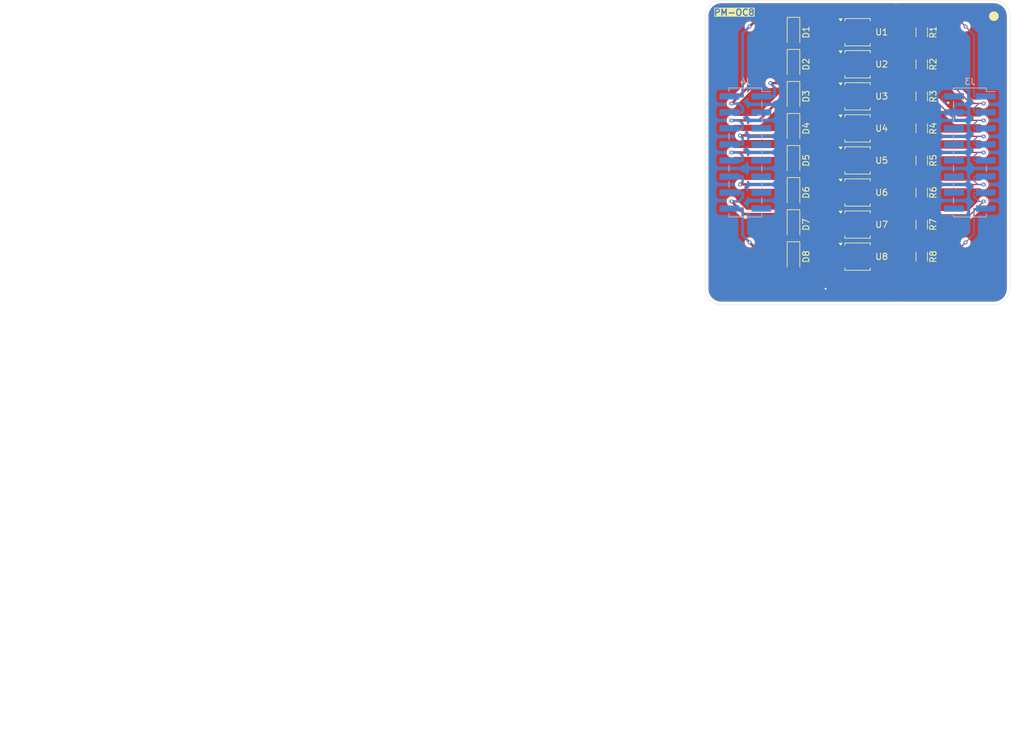
<source format=kicad_pcb>
(kicad_pcb (version 20240108) (generator "pcbnew") (generator_version "8.0")
  (layers (0 "F.Cu" signal) (31 "B.Cu" signal) (34 "B.Paste" user) (35 "F.Paste" user) (36 "B.SilkS" user "B.Silkscreen") (37 "F.SilkS" user "F.Silkscreen") (38 "B.Mask" user) (39 "F.Mask" user) (44 "Edge.Cuts" user))
  (net 0 "")
  (net 1 "Net-(D1-K)")
  (net 2 "Net-(D1-A)")
  (net 3 "Net-(J3-Pin_5)")
  (net 4 "+5V")
  (net 5 "Net-(J3-Pin_9)")
  (net 6 "GND")
  (net 7 "Net-(D2-K)")
  (net 8 "Net-(J3-Pin_15)")
  (net 9 "Net-(D3-K)")
  (net 11 "Net-(D4-K)")
  (net 13 "Net-(D5-K)")
  (net 14 "Net-(J3-Pin_7)")
  (net 15 "Net-(D6-K)")
  (net 17 "Net-(D7-K)")
  (net 18 "Net-(J3-Pin_11)")
  (net 19 "Net-(D8-K)")
  (net 20 "Net-(J3-Pin_13)")
  (net 24 "Net-(J3-Pin_3)")
  (net 25 "Net-(J3-Pin_1)")
  (footprint "Diode_SMD:D_SOD-123" (layer "F.Cu") (at 140.97 96.52 -90)
    (property "Reference" "D4" (at 0 -2 90) (layer "F.SilkS"))
    (property "Value" "1N4148W")
    (fp_line (start -2.36 1) (end 1.65 1) (stroke (width 0.12)) (layer "F.SilkS"))
    (fp_line (start -2.36 -1) (end -2.36 1) (stroke (width 0.12)) (layer "F.SilkS"))
    (fp_line (start -2.36 -1) (end 1.65 -1) (stroke (width 0.12)) (layer "F.SilkS"))
    (pad "1" smd roundrect (at -1.65 0 270) (size 0.9 1.2) (layers "F.Cu" "F.Paste" "F.Mask") (net 11 "Net-(D4-K)"))
    (pad "2" smd roundrect (at 1.65 0 270) (size 0.9 1.2) (layers "F.Cu" "F.Paste" "F.Mask") (net 2 "Net-(D1-A)"))
  )
  (footprint "Package_SO:SOP-4_3.8x4.1mm_P2.54mm" (layer "F.Cu") (at 151.13 101.6)
    (property "Reference" "U5" (at 3.81 0 0) (layer "F.SilkS"))
    (property "Value" "PC817")
    (fp_line (start -2.01 -2.16) (end -2.01 -1.805) (stroke (width 0.12)) (layer "F.SilkS"))
    (fp_line (start -2.01 2.16) (end -2.01 1.805) (stroke (width 0.12)) (layer "F.SilkS"))
    (fp_line (start 0 -2.16) (end -2.01 -2.16) (stroke (width 0.12)) (layer "F.SilkS"))
    (fp_line (start 0 -2.16) (end 2.01 -2.16) (stroke (width 0.12)) (layer "F.SilkS"))
    (fp_line (start 0 2.16) (end -2.01 2.16) (stroke (width 0.12)) (layer "F.SilkS"))
    (fp_line (start 0 2.16) (end 2.01 2.16) (stroke (width 0.12)) (layer "F.SilkS"))
    (fp_line (start 2.01 -2.16) (end 2.01 -1.805) (stroke (width 0.12)) (layer "F.SilkS"))
    (fp_line (start 2.01 2.16) (end 2.01 1.805) (stroke (width 0.12)) (layer "F.SilkS"))
    (fp_poly (pts (xy -2.6875 -1.805) (xy -2.9275 -2.135) (xy -2.4475 -2.135) (xy -2.6875 -1.805)) (stroke (width 0.12)) (fill solid) (layer "F.SilkS"))
    (pad "1" smd roundrect (at -2.75 -1.27) (size 1.45 0.55) (layers "F.Cu" "F.Paste" "F.Mask") (net 13 "Net-(D5-K)"))
    (pad "2" smd roundrect (at -2.75 1.27) (size 1.45 0.55) (layers "F.Cu" "F.Paste" "F.Mask") (net 2 "Net-(D1-A)"))
    (pad "3" smd roundrect (at 2.75 1.27) (size 1.45 0.55) (layers "F.Cu" "F.Paste" "F.Mask") (net 6 "GND"))
    (pad "4" smd roundrect (at 2.75 -1.27) (size 1.45 0.55) (layers "F.Cu" "F.Paste" "F.Mask") (net 5 "Net-(J3-Pin_9)"))
  )
  (footprint "Diode_SMD:D_SOD-123" (layer "F.Cu") (at 140.97 86.36 -90)
    (property "Reference" "D2" (at 0 -2 90) (layer "F.SilkS"))
    (property "Value" "1N4148W")
    (fp_line (start -2.36 1) (end 1.65 1) (stroke (width 0.12)) (layer "F.SilkS"))
    (fp_line (start -2.36 -1) (end -2.36 1) (stroke (width 0.12)) (layer "F.SilkS"))
    (fp_line (start -2.36 -1) (end 1.65 -1) (stroke (width 0.12)) (layer "F.SilkS"))
    (pad "1" smd roundrect (at -1.65 0 270) (size 0.9 1.2) (layers "F.Cu" "F.Paste" "F.Mask") (net 7 "Net-(D2-K)"))
    (pad "2" smd roundrect (at 1.65 0 270) (size 0.9 1.2) (layers "F.Cu" "F.Paste" "F.Mask") (net 2 "Net-(D1-A)"))
  )
  (footprint "Diode_SMD:D_SOD-123" (layer "F.Cu") (at 140.97 81.28 -90)
    (property "Reference" "D1" (at 0 -2 90) (layer "F.SilkS"))
    (property "Value" "1N4148W")
    (fp_line (start -2.36 1) (end 1.65 1) (stroke (width 0.12)) (layer "F.SilkS"))
    (fp_line (start -2.36 -1) (end -2.36 1) (stroke (width 0.12)) (layer "F.SilkS"))
    (fp_line (start -2.36 -1) (end 1.65 -1) (stroke (width 0.12)) (layer "F.SilkS"))
    (pad "1" smd roundrect (at -1.65 0 270) (size 0.9 1.2) (layers "F.Cu" "F.Paste" "F.Mask") (net 1 "Net-(D1-K)"))
    (pad "2" smd roundrect (at 1.65 0 270) (size 0.9 1.2) (layers "F.Cu" "F.Paste" "F.Mask") (net 2 "Net-(D1-A)"))
  )
  (footprint "Package_SO:SOP-4_3.8x4.1mm_P2.54mm" (layer "F.Cu") (at 151.13 111.76)
    (property "Reference" "U7" (at 3.81 0 0) (layer "F.SilkS"))
    (property "Value" "PC817")
    (fp_line (start -2.01 -2.16) (end -2.01 -1.805) (stroke (width 0.12)) (layer "F.SilkS"))
    (fp_line (start -2.01 2.16) (end -2.01 1.805) (stroke (width 0.12)) (layer "F.SilkS"))
    (fp_line (start 0 -2.16) (end -2.01 -2.16) (stroke (width 0.12)) (layer "F.SilkS"))
    (fp_line (start 0 -2.16) (end 2.01 -2.16) (stroke (width 0.12)) (layer "F.SilkS"))
    (fp_line (start 0 2.16) (end -2.01 2.16) (stroke (width 0.12)) (layer "F.SilkS"))
    (fp_line (start 0 2.16) (end 2.01 2.16) (stroke (width 0.12)) (layer "F.SilkS"))
    (fp_line (start 2.01 -2.16) (end 2.01 -1.805) (stroke (width 0.12)) (layer "F.SilkS"))
    (fp_line (start 2.01 2.16) (end 2.01 1.805) (stroke (width 0.12)) (layer "F.SilkS"))
    (fp_poly (pts (xy -2.6875 -1.805) (xy -2.9275 -2.135) (xy -2.4475 -2.135) (xy -2.6875 -1.805)) (stroke (width 0.12)) (fill solid) (layer "F.SilkS"))
    (pad "1" smd roundrect (at -2.75 -1.27) (size 1.45 0.55) (layers "F.Cu" "F.Paste" "F.Mask") (net 17 "Net-(D7-K)"))
    (pad "2" smd roundrect (at -2.75 1.27) (size 1.45 0.55) (layers "F.Cu" "F.Paste" "F.Mask") (net 2 "Net-(D1-A)"))
    (pad "3" smd roundrect (at 2.75 1.27) (size 1.45 0.55) (layers "F.Cu" "F.Paste" "F.Mask") (net 6 "GND"))
    (pad "4" smd roundrect (at 2.75 -1.27) (size 1.45 0.55) (layers "F.Cu" "F.Paste" "F.Mask") (net 20 "Net-(J3-Pin_13)"))
  )
  (footprint "Package_SO:SOP-4_3.8x4.1mm_P2.54mm" (layer "F.Cu") (at 151.13 116.84)
    (property "Reference" "U8" (at 3.81 0 0) (layer "F.SilkS"))
    (property "Value" "PC817")
    (fp_line (start -2.01 -2.16) (end -2.01 -1.805) (stroke (width 0.12)) (layer "F.SilkS"))
    (fp_line (start -2.01 2.16) (end -2.01 1.805) (stroke (width 0.12)) (layer "F.SilkS"))
    (fp_line (start 0 -2.16) (end -2.01 -2.16) (stroke (width 0.12)) (layer "F.SilkS"))
    (fp_line (start 0 -2.16) (end 2.01 -2.16) (stroke (width 0.12)) (layer "F.SilkS"))
    (fp_line (start 0 2.16) (end -2.01 2.16) (stroke (width 0.12)) (layer "F.SilkS"))
    (fp_line (start 0 2.16) (end 2.01 2.16) (stroke (width 0.12)) (layer "F.SilkS"))
    (fp_line (start 2.01 -2.16) (end 2.01 -1.805) (stroke (width 0.12)) (layer "F.SilkS"))
    (fp_line (start 2.01 2.16) (end 2.01 1.805) (stroke (width 0.12)) (layer "F.SilkS"))
    (fp_poly (pts (xy -2.6875 -1.805) (xy -2.9275 -2.135) (xy -2.4475 -2.135) (xy -2.6875 -1.805)) (stroke (width 0.12)) (fill solid) (layer "F.SilkS"))
    (pad "1" smd roundrect (at -2.75 -1.27) (size 1.45 0.55) (layers "F.Cu" "F.Paste" "F.Mask") (net 19 "Net-(D8-K)"))
    (pad "2" smd roundrect (at -2.75 1.27) (size 1.45 0.55) (layers "F.Cu" "F.Paste" "F.Mask") (net 2 "Net-(D1-A)"))
    (pad "3" smd roundrect (at 2.75 1.27) (size 1.45 0.55) (layers "F.Cu" "F.Paste" "F.Mask") (net 6 "GND"))
    (pad "4" smd roundrect (at 2.75 -1.27) (size 1.45 0.55) (layers "F.Cu" "F.Paste" "F.Mask") (net 8 "Net-(J3-Pin_15)"))
  )
  (footprint "Resistor_SMD:R_1206_3216Metric_Pad1.30x1.75mm_HandSolder" (layer "F.Cu") (at 161.29 106.68 -90)
    (property "Reference" "R6" (at 0 -1.82 90) (layer "F.SilkS"))
    (property "Value" "10k")
    (fp_line (start -0.727064 0.91) (end 0.727064 0.91) (stroke (width 0.12)) (layer "F.SilkS"))
    (fp_line (start -0.727064 -0.91) (end 0.727064 -0.91) (stroke (width 0.12)) (layer "F.SilkS"))
    (pad "1" smd roundrect (at -1.55 0 270) (size 1.3 1.75) (layers "F.Cu" "F.Paste" "F.Mask") (roundrect_rratio 0.192308) (net 18 "Net-(J3-Pin_11)"))
    (pad "2" smd roundrect (at 1.55 0 270) (size 1.3 1.75) (layers "F.Cu" "F.Paste" "F.Mask") (roundrect_rratio 0.192308) (net 4 "+5V"))
  )
  (footprint "Package_SO:SOP-4_3.8x4.1mm_P2.54mm" (layer "F.Cu") (at 151.13 106.68)
    (property "Reference" "U6" (at 3.81 0 0) (layer "F.SilkS"))
    (property "Value" "PC817")
    (fp_line (start -2.01 -2.16) (end -2.01 -1.805) (stroke (width 0.12)) (layer "F.SilkS"))
    (fp_line (start -2.01 2.16) (end -2.01 1.805) (stroke (width 0.12)) (layer "F.SilkS"))
    (fp_line (start 0 -2.16) (end -2.01 -2.16) (stroke (width 0.12)) (layer "F.SilkS"))
    (fp_line (start 0 -2.16) (end 2.01 -2.16) (stroke (width 0.12)) (layer "F.SilkS"))
    (fp_line (start 0 2.16) (end -2.01 2.16) (stroke (width 0.12)) (layer "F.SilkS"))
    (fp_line (start 0 2.16) (end 2.01 2.16) (stroke (width 0.12)) (layer "F.SilkS"))
    (fp_line (start 2.01 -2.16) (end 2.01 -1.805) (stroke (width 0.12)) (layer "F.SilkS"))
    (fp_line (start 2.01 2.16) (end 2.01 1.805) (stroke (width 0.12)) (layer "F.SilkS"))
    (fp_poly (pts (xy -2.6875 -1.805) (xy -2.9275 -2.135) (xy -2.4475 -2.135) (xy -2.6875 -1.805)) (stroke (width 0.12)) (fill solid) (layer "F.SilkS"))
    (pad "1" smd roundrect (at -2.75 -1.27) (size 1.45 0.55) (layers "F.Cu" "F.Paste" "F.Mask") (net 15 "Net-(D6-K)"))
    (pad "2" smd roundrect (at -2.75 1.27) (size 1.45 0.55) (layers "F.Cu" "F.Paste" "F.Mask") (net 2 "Net-(D1-A)"))
    (pad "3" smd roundrect (at 2.75 1.27) (size 1.45 0.55) (layers "F.Cu" "F.Paste" "F.Mask") (net 6 "GND"))
    (pad "4" smd roundrect (at 2.75 -1.27) (size 1.45 0.55) (layers "F.Cu" "F.Paste" "F.Mask") (net 18 "Net-(J3-Pin_11)"))
  )
  (footprint "Resistor_SMD:R_1206_3216Metric_Pad1.30x1.75mm_HandSolder" (layer "F.Cu") (at 161.29 111.76 -90)
    (property "Reference" "R7" (at 0 -1.82 90) (layer "F.SilkS"))
    (property "Value" "10k")
    (fp_line (start -0.727064 0.91) (end 0.727064 0.91) (stroke (width 0.12)) (layer "F.SilkS"))
    (fp_line (start -0.727064 -0.91) (end 0.727064 -0.91) (stroke (width 0.12)) (layer "F.SilkS"))
    (pad "1" smd roundrect (at -1.55 0 270) (size 1.3 1.75) (layers "F.Cu" "F.Paste" "F.Mask") (roundrect_rratio 0.192308) (net 20 "Net-(J3-Pin_13)"))
    (pad "2" smd roundrect (at 1.55 0 270) (size 1.3 1.75) (layers "F.Cu" "F.Paste" "F.Mask") (roundrect_rratio 0.192308) (net 4 "+5V"))
  )
  (footprint "Resistor_SMD:R_1206_3216Metric_Pad1.30x1.75mm_HandSolder" (layer "F.Cu") (at 161.29 86.36 -90)
    (property "Reference" "R2" (at 0 -1.82 90) (layer "F.SilkS"))
    (property "Value" "10k")
    (fp_line (start -0.727064 0.91) (end 0.727064 0.91) (stroke (width 0.12)) (layer "F.SilkS"))
    (fp_line (start -0.727064 -0.91) (end 0.727064 -0.91) (stroke (width 0.12)) (layer "F.SilkS"))
    (pad "1" smd roundrect (at -1.55 0 270) (size 1.3 1.75) (layers "F.Cu" "F.Paste" "F.Mask") (roundrect_rratio 0.192308) (net 24 "Net-(J3-Pin_3)"))
    (pad "2" smd roundrect (at 1.55 0 270) (size 1.3 1.75) (layers "F.Cu" "F.Paste" "F.Mask") (roundrect_rratio 0.192308) (net 4 "+5V"))
  )
  (footprint "Package_SO:SOP-4_3.8x4.1mm_P2.54mm" (layer "F.Cu") (at 151.13 81.28)
    (property "Reference" "U1" (at 3.81 0 0) (layer "F.SilkS"))
    (property "Value" "PC817")
    (fp_line (start -2.01 -2.16) (end -2.01 -1.805) (stroke (width 0.12)) (layer "F.SilkS"))
    (fp_line (start -2.01 2.16) (end -2.01 1.805) (stroke (width 0.12)) (layer "F.SilkS"))
    (fp_line (start 0 -2.16) (end -2.01 -2.16) (stroke (width 0.12)) (layer "F.SilkS"))
    (fp_line (start 0 -2.16) (end 2.01 -2.16) (stroke (width 0.12)) (layer "F.SilkS"))
    (fp_line (start 0 2.16) (end -2.01 2.16) (stroke (width 0.12)) (layer "F.SilkS"))
    (fp_line (start 0 2.16) (end 2.01 2.16) (stroke (width 0.12)) (layer "F.SilkS"))
    (fp_line (start 2.01 -2.16) (end 2.01 -1.805) (stroke (width 0.12)) (layer "F.SilkS"))
    (fp_line (start 2.01 2.16) (end 2.01 1.805) (stroke (width 0.12)) (layer "F.SilkS"))
    (fp_poly (pts (xy -2.6875 -1.805) (xy -2.9275 -2.135) (xy -2.4475 -2.135) (xy -2.6875 -1.805)) (stroke (width 0.12)) (fill solid) (layer "F.SilkS"))
    (pad "1" smd roundrect (at -2.75 -1.27) (size 1.45 0.55) (layers "F.Cu" "F.Paste" "F.Mask") (net 1 "Net-(D1-K)"))
    (pad "2" smd roundrect (at -2.75 1.27) (size 1.45 0.55) (layers "F.Cu" "F.Paste" "F.Mask") (net 2 "Net-(D1-A)"))
    (pad "3" smd roundrect (at 2.75 1.27) (size 1.45 0.55) (layers "F.Cu" "F.Paste" "F.Mask") (net 6 "GND"))
    (pad "4" smd roundrect (at 2.75 -1.27) (size 1.45 0.55) (layers "F.Cu" "F.Paste" "F.Mask") (net 25 "Net-(J3-Pin_1)"))
  )
  (footprint "Package_SO:SOP-4_3.8x4.1mm_P2.54mm" (layer "F.Cu") (at 151.13 86.36)
    (property "Reference" "U2" (at 3.81 0 0) (layer "F.SilkS"))
    (property "Value" "PC817")
    (fp_line (start -2.01 -2.16) (end -2.01 -1.805) (stroke (width 0.12)) (layer "F.SilkS"))
    (fp_line (start -2.01 2.16) (end -2.01 1.805) (stroke (width 0.12)) (layer "F.SilkS"))
    (fp_line (start 0 -2.16) (end -2.01 -2.16) (stroke (width 0.12)) (layer "F.SilkS"))
    (fp_line (start 0 -2.16) (end 2.01 -2.16) (stroke (width 0.12)) (layer "F.SilkS"))
    (fp_line (start 0 2.16) (end -2.01 2.16) (stroke (width 0.12)) (layer "F.SilkS"))
    (fp_line (start 0 2.16) (end 2.01 2.16) (stroke (width 0.12)) (layer "F.SilkS"))
    (fp_line (start 2.01 -2.16) (end 2.01 -1.805) (stroke (width 0.12)) (layer "F.SilkS"))
    (fp_line (start 2.01 2.16) (end 2.01 1.805) (stroke (width 0.12)) (layer "F.SilkS"))
    (fp_poly (pts (xy -2.6875 -1.805) (xy -2.9275 -2.135) (xy -2.4475 -2.135) (xy -2.6875 -1.805)) (stroke (width 0.12)) (fill solid) (layer "F.SilkS"))
    (pad "1" smd roundrect (at -2.75 -1.27) (size 1.45 0.55) (layers "F.Cu" "F.Paste" "F.Mask") (net 7 "Net-(D2-K)"))
    (pad "2" smd roundrect (at -2.75 1.27) (size 1.45 0.55) (layers "F.Cu" "F.Paste" "F.Mask") (net 2 "Net-(D1-A)"))
    (pad "3" smd roundrect (at 2.75 1.27) (size 1.45 0.55) (layers "F.Cu" "F.Paste" "F.Mask") (net 6 "GND"))
    (pad "4" smd roundrect (at 2.75 -1.27) (size 1.45 0.55) (layers "F.Cu" "F.Paste" "F.Mask") (net 24 "Net-(J3-Pin_3)"))
  )
  (footprint "Diode_SMD:D_SOD-123" (layer "F.Cu") (at 140.97 101.6 -90)
    (property "Reference" "D5" (at 0 -2 90) (layer "F.SilkS"))
    (property "Value" "1N4148W")
    (fp_line (start -2.36 1) (end 1.65 1) (stroke (width 0.12)) (layer "F.SilkS"))
    (fp_line (start -2.36 -1) (end -2.36 1) (stroke (width 0.12)) (layer "F.SilkS"))
    (fp_line (start -2.36 -1) (end 1.65 -1) (stroke (width 0.12)) (layer "F.SilkS"))
    (pad "1" smd roundrect (at -1.65 0 270) (size 0.9 1.2) (layers "F.Cu" "F.Paste" "F.Mask") (net 13 "Net-(D5-K)"))
    (pad "2" smd roundrect (at 1.65 0 270) (size 0.9 1.2) (layers "F.Cu" "F.Paste" "F.Mask") (net 2 "Net-(D1-A)"))
  )
  (footprint "Resistor_SMD:R_1206_3216Metric_Pad1.30x1.75mm_HandSolder" (layer "F.Cu") (at 161.29 96.52 -90)
    (property "Reference" "R4" (at 0 -1.82 90) (layer "F.SilkS"))
    (property "Value" "10k")
    (fp_line (start -0.727064 0.91) (end 0.727064 0.91) (stroke (width 0.12)) (layer "F.SilkS"))
    (fp_line (start -0.727064 -0.91) (end 0.727064 -0.91) (stroke (width 0.12)) (layer "F.SilkS"))
    (pad "1" smd roundrect (at -1.55 0 270) (size 1.3 1.75) (layers "F.Cu" "F.Paste" "F.Mask") (roundrect_rratio 0.192308) (net 14 "Net-(J3-Pin_7)"))
    (pad "2" smd roundrect (at 1.55 0 270) (size 1.3 1.75) (layers "F.Cu" "F.Paste" "F.Mask") (roundrect_rratio 0.192308) (net 4 "+5V"))
  )
  (footprint "Diode_SMD:D_SOD-123" (layer "F.Cu") (at 140.97 91.44 -90)
    (property "Reference" "D3" (at 0 -2 90) (layer "F.SilkS"))
    (property "Value" "1N4148W")
    (fp_line (start -2.36 1) (end 1.65 1) (stroke (width 0.12)) (layer "F.SilkS"))
    (fp_line (start -2.36 -1) (end -2.36 1) (stroke (width 0.12)) (layer "F.SilkS"))
    (fp_line (start -2.36 -1) (end 1.65 -1) (stroke (width 0.12)) (layer "F.SilkS"))
    (pad "1" smd roundrect (at -1.65 0 270) (size 0.9 1.2) (layers "F.Cu" "F.Paste" "F.Mask") (net 9 "Net-(D3-K)"))
    (pad "2" smd roundrect (at 1.65 0 270) (size 0.9 1.2) (layers "F.Cu" "F.Paste" "F.Mask") (net 2 "Net-(D1-A)"))
  )
  (footprint "Package_SO:SOP-4_3.8x4.1mm_P2.54mm" (layer "F.Cu") (at 151.13 91.44)
    (property "Reference" "U3" (at 3.81 0 0) (layer "F.SilkS"))
    (property "Value" "PC817")
    (fp_line (start -2.01 -2.16) (end -2.01 -1.805) (stroke (width 0.12)) (layer "F.SilkS"))
    (fp_line (start -2.01 2.16) (end -2.01 1.805) (stroke (width 0.12)) (layer "F.SilkS"))
    (fp_line (start 0 -2.16) (end -2.01 -2.16) (stroke (width 0.12)) (layer "F.SilkS"))
    (fp_line (start 0 -2.16) (end 2.01 -2.16) (stroke (width 0.12)) (layer "F.SilkS"))
    (fp_line (start 0 2.16) (end -2.01 2.16) (stroke (width 0.12)) (layer "F.SilkS"))
    (fp_line (start 0 2.16) (end 2.01 2.16) (stroke (width 0.12)) (layer "F.SilkS"))
    (fp_line (start 2.01 -2.16) (end 2.01 -1.805) (stroke (width 0.12)) (layer "F.SilkS"))
    (fp_line (start 2.01 2.16) (end 2.01 1.805) (stroke (width 0.12)) (layer "F.SilkS"))
    (fp_poly (pts (xy -2.6875 -1.805) (xy -2.9275 -2.135) (xy -2.4475 -2.135) (xy -2.6875 -1.805)) (stroke (width 0.12)) (fill solid) (layer "F.SilkS"))
    (pad "1" smd roundrect (at -2.75 -1.27) (size 1.45 0.55) (layers "F.Cu" "F.Paste" "F.Mask") (net 9 "Net-(D3-K)"))
    (pad "2" smd roundrect (at -2.75 1.27) (size 1.45 0.55) (layers "F.Cu" "F.Paste" "F.Mask") (net 2 "Net-(D1-A)"))
    (pad "3" smd roundrect (at 2.75 1.27) (size 1.45 0.55) (layers "F.Cu" "F.Paste" "F.Mask") (net 6 "GND"))
    (pad "4" smd roundrect (at 2.75 -1.27) (size 1.45 0.55) (layers "F.Cu" "F.Paste" "F.Mask") (net 3 "Net-(J3-Pin_5)"))
  )
  (footprint "Resistor_SMD:R_1206_3216Metric_Pad1.30x1.75mm_HandSolder" (layer "F.Cu") (at 161.29 101.6 -90)
    (property "Reference" "R5" (at 0 -1.82 90) (layer "F.SilkS"))
    (property "Value" "10k")
    (fp_line (start -0.727064 0.91) (end 0.727064 0.91) (stroke (width 0.12)) (layer "F.SilkS"))
    (fp_line (start -0.727064 -0.91) (end 0.727064 -0.91) (stroke (width 0.12)) (layer "F.SilkS"))
    (pad "1" smd roundrect (at -1.55 0 270) (size 1.3 1.75) (layers "F.Cu" "F.Paste" "F.Mask") (roundrect_rratio 0.192308) (net 5 "Net-(J3-Pin_9)"))
    (pad "2" smd roundrect (at 1.55 0 270) (size 1.3 1.75) (layers "F.Cu" "F.Paste" "F.Mask") (roundrect_rratio 0.192308) (net 4 "+5V"))
  )
  (footprint "Resistor_SMD:R_1206_3216Metric_Pad1.30x1.75mm_HandSolder" (layer "F.Cu") (at 161.29 81.28 -90)
    (property "Reference" "R1" (at 0 -1.82 90) (layer "F.SilkS"))
    (property "Value" "10k")
    (fp_line (start -0.727064 0.91) (end 0.727064 0.91) (stroke (width 0.12)) (layer "F.SilkS"))
    (fp_line (start -0.727064 -0.91) (end 0.727064 -0.91) (stroke (width 0.12)) (layer "F.SilkS"))
    (pad "1" smd roundrect (at -1.55 0 270) (size 1.3 1.75) (layers "F.Cu" "F.Paste" "F.Mask") (roundrect_rratio 0.192308) (net 25 "Net-(J3-Pin_1)"))
    (pad "2" smd roundrect (at 1.55 0 270) (size 1.3 1.75) (layers "F.Cu" "F.Paste" "F.Mask") (roundrect_rratio 0.192308) (net 4 "+5V"))
  )
  (footprint "Diode_SMD:D_SOD-123" (layer "F.Cu") (at 140.97 106.68 -90)
    (property "Reference" "D6" (at 0 -2 90) (layer "F.SilkS"))
    (property "Value" "1N4148W")
    (fp_line (start -2.36 1) (end 1.65 1) (stroke (width 0.12)) (layer "F.SilkS"))
    (fp_line (start -2.36 -1) (end -2.36 1) (stroke (width 0.12)) (layer "F.SilkS"))
    (fp_line (start -2.36 -1) (end 1.65 -1) (stroke (width 0.12)) (layer "F.SilkS"))
    (pad "1" smd roundrect (at -1.65 0 270) (size 0.9 1.2) (layers "F.Cu" "F.Paste" "F.Mask") (net 15 "Net-(D6-K)"))
    (pad "2" smd roundrect (at 1.65 0 270) (size 0.9 1.2) (layers "F.Cu" "F.Paste" "F.Mask") (net 2 "Net-(D1-A)"))
  )
  (footprint "Resistor_SMD:R_1206_3216Metric_Pad1.30x1.75mm_HandSolder" (layer "F.Cu") (at 161.29 116.84 -90)
    (property "Reference" "R8" (at 0 -1.82 90) (layer "F.SilkS"))
    (property "Value" "10k")
    (fp_line (start -0.727064 0.91) (end 0.727064 0.91) (stroke (width 0.12)) (layer "F.SilkS"))
    (fp_line (start -0.727064 -0.91) (end 0.727064 -0.91) (stroke (width 0.12)) (layer "F.SilkS"))
    (pad "1" smd roundrect (at -1.55 0 270) (size 1.3 1.75) (layers "F.Cu" "F.Paste" "F.Mask") (roundrect_rratio 0.192308) (net 8 "Net-(J3-Pin_15)"))
    (pad "2" smd roundrect (at 1.55 0 270) (size 1.3 1.75) (layers "F.Cu" "F.Paste" "F.Mask") (roundrect_rratio 0.192308) (net 4 "+5V"))
  )
  (footprint "Package_SO:SOP-4_3.8x4.1mm_P2.54mm" (layer "F.Cu") (at 151.13 96.52)
    (property "Reference" "U4" (at 3.81 0 0) (layer "F.SilkS"))
    (property "Value" "PC817")
    (fp_line (start -2.01 -2.16) (end -2.01 -1.805) (stroke (width 0.12)) (layer "F.SilkS"))
    (fp_line (start -2.01 2.16) (end -2.01 1.805) (stroke (width 0.12)) (layer "F.SilkS"))
    (fp_line (start 0 -2.16) (end -2.01 -2.16) (stroke (width 0.12)) (layer "F.SilkS"))
    (fp_line (start 0 -2.16) (end 2.01 -2.16) (stroke (width 0.12)) (layer "F.SilkS"))
    (fp_line (start 0 2.16) (end -2.01 2.16) (stroke (width 0.12)) (layer "F.SilkS"))
    (fp_line (start 0 2.16) (end 2.01 2.16) (stroke (width 0.12)) (layer "F.SilkS"))
    (fp_line (start 2.01 -2.16) (end 2.01 -1.805) (stroke (width 0.12)) (layer "F.SilkS"))
    (fp_line (start 2.01 2.16) (end 2.01 1.805) (stroke (width 0.12)) (layer "F.SilkS"))
    (fp_poly (pts (xy -2.6875 -1.805) (xy -2.9275 -2.135) (xy -2.4475 -2.135) (xy -2.6875 -1.805)) (stroke (width 0.12)) (fill solid) (layer "F.SilkS"))
    (pad "1" smd roundrect (at -2.75 -1.27) (size 1.45 0.55) (layers "F.Cu" "F.Paste" "F.Mask") (net 11 "Net-(D4-K)"))
    (pad "2" smd roundrect (at -2.75 1.27) (size 1.45 0.55) (layers "F.Cu" "F.Paste" "F.Mask") (net 2 "Net-(D1-A)"))
    (pad "3" smd roundrect (at 2.75 1.27) (size 1.45 0.55) (layers "F.Cu" "F.Paste" "F.Mask") (net 6 "GND"))
    (pad "4" smd roundrect (at 2.75 -1.27) (size 1.45 0.55) (layers "F.Cu" "F.Paste" "F.Mask") (net 14 "Net-(J3-Pin_7)"))
  )
  (footprint "Diode_SMD:D_SOD-123" (layer "F.Cu") (at 140.97 116.84 -90)
    (property "Reference" "D8" (at 0 -2 90) (layer "F.SilkS"))
    (property "Value" "1N4148W")
    (fp_line (start -2.36 1) (end 1.65 1) (stroke (width 0.12)) (layer "F.SilkS"))
    (fp_line (start -2.36 -1) (end -2.36 1) (stroke (width 0.12)) (layer "F.SilkS"))
    (fp_line (start -2.36 -1) (end 1.65 -1) (stroke (width 0.12)) (layer "F.SilkS"))
    (pad "1" smd roundrect (at -1.65 0 270) (size 0.9 1.2) (layers "F.Cu" "F.Paste" "F.Mask") (net 19 "Net-(D8-K)"))
    (pad "2" smd roundrect (at 1.65 0 270) (size 0.9 1.2) (layers "F.Cu" "F.Paste" "F.Mask") (net 2 "Net-(D1-A)"))
  )
  (footprint "Diode_SMD:D_SOD-123" (layer "F.Cu") (at 140.97 111.76 -90)
    (property "Reference" "D7" (at 0 -2 90) (layer "F.SilkS"))
    (property "Value" "1N4148W")
    (fp_line (start -2.36 1) (end 1.65 1) (stroke (width 0.12)) (layer "F.SilkS"))
    (fp_line (start -2.36 -1) (end -2.36 1) (stroke (width 0.12)) (layer "F.SilkS"))
    (fp_line (start -2.36 -1) (end 1.65 -1) (stroke (width 0.12)) (layer "F.SilkS"))
    (pad "1" smd roundrect (at -1.65 0 270) (size 0.9 1.2) (layers "F.Cu" "F.Paste" "F.Mask") (net 17 "Net-(D7-K)"))
    (pad "2" smd roundrect (at 1.65 0 270) (size 0.9 1.2) (layers "F.Cu" "F.Paste" "F.Mask") (net 2 "Net-(D1-A)"))
  )
  (footprint "Resistor_SMD:R_1206_3216Metric_Pad1.30x1.75mm_HandSolder" (layer "F.Cu") (at 161.29 91.44 -90)
    (property "Reference" "R3" (at 0 -1.82 90) (layer "F.SilkS"))
    (property "Value" "10k")
    (fp_line (start -0.727064 0.91) (end 0.727064 0.91) (stroke (width 0.12)) (layer "F.SilkS"))
    (fp_line (start -0.727064 -0.91) (end 0.727064 -0.91) (stroke (width 0.12)) (layer "F.SilkS"))
    (pad "1" smd roundrect (at -1.55 0 270) (size 1.3 1.75) (layers "F.Cu" "F.Paste" "F.Mask") (roundrect_rratio 0.192308) (net 3 "Net-(J3-Pin_5)"))
    (pad "2" smd roundrect (at 1.55 0 270) (size 1.3 1.75) (layers "F.Cu" "F.Paste" "F.Mask") (roundrect_rratio 0.192308) (net 4 "+5V"))
  )
  (footprint "Connector_PinHeader_2.54mm:PinHeader_2x08_P2.54mm_Vertical_SMD" (layer "B.Cu") (at 168.925 100.33 180)
    (property "Reference" "J3" (at 0 11.22 180) (layer "B.SilkS") (effects (justify mirror)))
    (property "Value" "Conn_02x08_Odd_Even")
    (fp_line (start 2.6 10.22) (end -2.6 10.22) (stroke (width 0.12)) (layer "B.SilkS"))
    (fp_line (start 2.6 9.65) (end 2.6 10.22) (stroke (width 0.12)) (layer "B.SilkS"))
    (fp_line (start 2.6 7.11) (end 2.6 8.13) (stroke (width 0.12)) (layer "B.SilkS"))
    (fp_line (start 2.6 4.57) (end 2.6 5.59) (stroke (width 0.12)) (layer "B.SilkS"))
    (fp_line (start 2.6 2.03) (end 2.6 3.05) (stroke (width 0.12)) (layer "B.SilkS"))
    (fp_line (start 2.6 -0.51) (end 2.6 0.51) (stroke (width 0.12)) (layer "B.SilkS"))
    (fp_line (start 2.6 -3.05) (end 2.6 -2.03) (stroke (width 0.12)) (layer "B.SilkS"))
    (fp_line (start 2.6 -5.59) (end 2.6 -4.57) (stroke (width 0.12)) (layer "B.SilkS"))
    (fp_line (start 2.6 -8.13) (end 2.6 -7.11) (stroke (width 0.12)) (layer "B.SilkS"))
    (fp_line (start 2.6 -10.22) (end 2.6 -9.65) (stroke (width 0.12)) (layer "B.SilkS"))
    (fp_line (start 2.6 -10.22) (end -2.6 -10.22) (stroke (width 0.12)) (layer "B.SilkS"))
    (fp_line (start -2.6 9.65) (end -2.6 10.22) (stroke (width 0.12)) (layer "B.SilkS"))
    (fp_line (start -2.6 9.65) (end -4.04 9.65) (stroke (width 0.12)) (layer "B.SilkS"))
    (fp_line (start -2.6 7.11) (end -2.6 8.13) (stroke (width 0.12)) (layer "B.SilkS"))
    (fp_line (start -2.6 4.57) (end -2.6 5.59) (stroke (width 0.12)) (layer "B.SilkS"))
    (fp_line (start -2.6 2.03) (end -2.6 3.05) (stroke (width 0.12)) (layer "B.SilkS"))
    (fp_line (start -2.6 -0.51) (end -2.6 0.51) (stroke (width 0.12)) (layer "B.SilkS"))
    (fp_line (start -2.6 -3.05) (end -2.6 -2.03) (stroke (width 0.12)) (layer "B.SilkS"))
    (fp_line (start -2.6 -5.59) (end -2.6 -4.57) (stroke (width 0.12)) (layer "B.SilkS"))
    (fp_line (start -2.6 -8.13) (end -2.6 -7.11) (stroke (width 0.12)) (layer "B.SilkS"))
    (fp_line (start -2.6 -10.22) (end -2.6 -9.65) (stroke (width 0.12)) (layer "B.SilkS"))
    (pad "1" smd rect (at -2.525 8.89 180) (size 3.15 1) (layers "B.Cu" "B.Paste" "B.Mask") (net 25 "Net-(J3-Pin_1)"))
    (pad "2" smd rect (at 2.525 8.89 180) (size 3.15 1) (layers "B.Cu" "B.Paste" "B.Mask") (net 4 "+5V"))
    (pad "3" smd rect (at -2.525 6.35 180) (size 3.15 1) (layers "B.Cu" "B.Paste" "B.Mask") (net 24 "Net-(J3-Pin_3)"))
    (pad "4" smd rect (at 2.525 6.35 180) (size 3.15 1) (layers "B.Cu" "B.Paste" "B.Mask") (net 6 "GND"))
    (pad "5" smd rect (at -2.525 3.81 180) (size 3.15 1) (layers "B.Cu" "B.Paste" "B.Mask") (net 3 "Net-(J3-Pin_5)"))
    (pad "6" smd rect (at 2.525 3.81 180) (size 3.15 1) (layers "B.Cu" "B.Paste" "B.Mask"))
    (pad "7" smd rect (at -2.525 1.27 180) (size 3.15 1) (layers "B.Cu" "B.Paste" "B.Mask") (net 14 "Net-(J3-Pin_7)"))
    (pad "8" smd rect (at 2.525 1.27 180) (size 3.15 1) (layers "B.Cu" "B.Paste" "B.Mask"))
    (pad "9" smd rect (at -2.525 -1.27 180) (size 3.15 1) (layers "B.Cu" "B.Paste" "B.Mask") (net 5 "Net-(J3-Pin_9)"))
    (pad "10" smd rect (at 2.525 -1.27 180) (size 3.15 1) (layers "B.Cu" "B.Paste" "B.Mask"))
    (pad "11" smd rect (at -2.525 -3.81 180) (size 3.15 1) (layers "B.Cu" "B.Paste" "B.Mask") (net 18 "Net-(J3-Pin_11)"))
    (pad "12" smd rect (at 2.525 -3.81 180) (size 3.15 1) (layers "B.Cu" "B.Paste" "B.Mask"))
    (pad "13" smd rect (at -2.525 -6.35 180) (size 3.15 1) (layers "B.Cu" "B.Paste" "B.Mask") (net 20 "Net-(J3-Pin_13)"))
    (pad "14" smd rect (at 2.525 -6.35 180) (size 3.15 1) (layers "B.Cu" "B.Paste" "B.Mask"))
    (pad "15" smd rect (at -2.525 -8.89 180) (size 3.15 1) (layers "B.Cu" "B.Paste" "B.Mask") (net 8 "Net-(J3-Pin_15)"))
    (pad "16" smd rect (at 2.525 -8.89 180) (size 3.15 1) (layers "B.Cu" "B.Paste" "B.Mask"))
  )
  (footprint "Connector_PinHeader_2.54mm:PinHeader_2x08_P2.54mm_Vertical_SMD" (layer "B.Cu") (at 133.35 100.33 180)
    (property "Reference" "J4" (at 0 11.22 180) (layer "B.SilkS") (effects (justify mirror)))
    (property "Value" "Conn_02x08_Odd_Even")
    (fp_line (start 2.6 10.22) (end -2.6 10.22) (stroke (width 0.12)) (layer "B.SilkS"))
    (fp_line (start 2.6 9.65) (end 2.6 10.22) (stroke (width 0.12)) (layer "B.SilkS"))
    (fp_line (start 2.6 7.11) (end 2.6 8.13) (stroke (width 0.12)) (layer "B.SilkS"))
    (fp_line (start 2.6 4.57) (end 2.6 5.59) (stroke (width 0.12)) (layer "B.SilkS"))
    (fp_line (start 2.6 2.03) (end 2.6 3.05) (stroke (width 0.12)) (layer "B.SilkS"))
    (fp_line (start 2.6 -0.51) (end 2.6 0.51) (stroke (width 0.12)) (layer "B.SilkS"))
    (fp_line (start 2.6 -3.05) (end 2.6 -2.03) (stroke (width 0.12)) (layer "B.SilkS"))
    (fp_line (start 2.6 -5.59) (end 2.6 -4.57) (stroke (width 0.12)) (layer "B.SilkS"))
    (fp_line (start 2.6 -8.13) (end 2.6 -7.11) (stroke (width 0.12)) (layer "B.SilkS"))
    (fp_line (start 2.6 -10.22) (end 2.6 -9.65) (stroke (width 0.12)) (layer "B.SilkS"))
    (fp_line (start 2.6 -10.22) (end -2.6 -10.22) (stroke (width 0.12)) (layer "B.SilkS"))
    (fp_line (start -2.6 9.65) (end -2.6 10.22) (stroke (width 0.12)) (layer "B.SilkS"))
    (fp_line (start -2.6 9.65) (end -4.04 9.65) (stroke (width 0.12)) (layer "B.SilkS"))
    (fp_line (start -2.6 7.11) (end -2.6 8.13) (stroke (width 0.12)) (layer "B.SilkS"))
    (fp_line (start -2.6 4.57) (end -2.6 5.59) (stroke (width 0.12)) (layer "B.SilkS"))
    (fp_line (start -2.6 2.03) (end -2.6 3.05) (stroke (width 0.12)) (layer "B.SilkS"))
    (fp_line (start -2.6 -0.51) (end -2.6 0.51) (stroke (width 0.12)) (layer "B.SilkS"))
    (fp_line (start -2.6 -3.05) (end -2.6 -2.03) (stroke (width 0.12)) (layer "B.SilkS"))
    (fp_line (start -2.6 -5.59) (end -2.6 -4.57) (stroke (width 0.12)) (layer "B.SilkS"))
    (fp_line (start -2.6 -8.13) (end -2.6 -7.11) (stroke (width 0.12)) (layer "B.SilkS"))
    (fp_line (start -2.6 -10.22) (end -2.6 -9.65) (stroke (width 0.12)) (layer "B.SilkS"))
    (pad "1" smd rect (at -2.525 8.89 180) (size 3.15 1) (layers "B.Cu" "B.Paste" "B.Mask") (net 2 "Net-(D1-A)"))
    (pad "2" smd rect (at 2.525 8.89 180) (size 3.15 1) (layers "B.Cu" "B.Paste" "B.Mask") (net 1 "Net-(D1-K)"))
    (pad "3" smd rect (at -2.525 6.35 180) (size 3.15 1) (layers "B.Cu" "B.Paste" "B.Mask"))
    (pad "4" smd rect (at 2.525 6.35 180) (size 3.15 1) (layers "B.Cu" "B.Paste" "B.Mask") (net 7 "Net-(D2-K)"))
    (pad "5" smd rect (at -2.525 3.81 180) (size 3.15 1) (layers "B.Cu" "B.Paste" "B.Mask"))
    (pad "6" smd rect (at 2.525 3.81 180) (size 3.15 1) (layers "B.Cu" "B.Paste" "B.Mask") (net 9 "Net-(D3-K)"))
    (pad "7" smd rect (at -2.525 1.27 180) (size 3.15 1) (layers "B.Cu" "B.Paste" "B.Mask"))
    (pad "8" smd rect (at 2.525 1.27 180) (size 3.15 1) (layers "B.Cu" "B.Paste" "B.Mask") (net 11 "Net-(D4-K)"))
    (pad "9" smd rect (at -2.525 -1.27 180) (size 3.15 1) (layers "B.Cu" "B.Paste" "B.Mask"))
    (pad "10" smd rect (at 2.525 -1.27 180) (size 3.15 1) (layers "B.Cu" "B.Paste" "B.Mask") (net 13 "Net-(D5-K)"))
    (pad "11" smd rect (at -2.525 -3.81 180) (size 3.15 1) (layers "B.Cu" "B.Paste" "B.Mask"))
    (pad "12" smd rect (at 2.525 -3.81 180) (size 3.15 1) (layers "B.Cu" "B.Paste" "B.Mask") (net 15 "Net-(D6-K)"))
    (pad "13" smd rect (at -2.525 -6.35 180) (size 3.15 1) (layers "B.Cu" "B.Paste" "B.Mask"))
    (pad "14" smd rect (at 2.525 -6.35 180) (size 3.15 1) (layers "B.Cu" "B.Paste" "B.Mask") (net 17 "Net-(D7-K)"))
    (pad "15" smd rect (at -2.525 -8.89 180) (size 3.15 1) (layers "B.Cu" "B.Paste" "B.Mask"))
    (pad "16" smd rect (at 2.525 -8.89 180) (size 3.15 1) (layers "B.Cu" "B.Paste" "B.Mask") (net 19 "Net-(D8-K)"))
  )
  (gr_circle (center 172.72 78.74) (end 173.482 78.74) (fill solid) (layer "F.SilkS"))
  (gr_arc (start 172.72 76.2) (mid 174.516051 76.943949) (end 175.26 78.74) (stroke (width 0.05)) (layer "Edge.Cuts"))
  (gr_arc (start 175.26 121.92) (mid 174.516051 123.716051) (end 172.72 124.46) (stroke (width 0.05)) (layer "Edge.Cuts"))
  (gr_line (start 175.26 78.74) (end 175.26 121.92) (stroke (width 0.05)) (layer "Edge.Cuts"))
  (gr_line (start 172.72 124.46) (end 129.54 124.46) (stroke (width 0.05)) (layer "Edge.Cuts"))
  (gr_arc (start 127 78.74) (mid 127.743949 76.943949) (end 129.54 76.2) (stroke (width 0.05)) (layer "Edge.Cuts"))
  (gr_arc (start 129.54 124.46) (mid 127.743949 123.716051) (end 127 121.92) (stroke (width 0.05)) (layer "Edge.Cuts"))
  (gr_line (start 127 121.92) (end 127 78.74) (stroke (width 0.05)) (layer "Edge.Cuts"))
  (gr_line (start 129.54 76.2) (end 172.72 76.2) (stroke (width 0.05)) (layer "Edge.Cuts"))
  (gr_text "PM-OC8" (at 128.27 78.74 0) (layer "F.SilkS" knockout) (effects (font (size 1 1) (thickness 0.2) (bold yes)) (justify left bottom)))
  (segment (start 134.7722 79.63) (end 134.0265 80.3757) (width 0.4) (layer "F.Cu") (net 1))
  (segment (start 140.97 79.63) (end 134.7722 79.63) (width 0.4) (layer "F.Cu") (net 1))
  (segment (start 148 79.63) (end 140.97 79.63) (width 0.4) (layer "F.Cu") (net 1))
  (segment (start 148.38 80.01) (end 148 79.63) (width 0.4) (layer "F.Cu") (net 1))
  (via (at 134.0265 80.3757) (size 0.6) (drill 0.3) (layers "F.Cu" "B.Cu") (net 1))
  (segment (start 132.9017 81.5005) (end 132.9017 91.44) (width 0.4) (layer "B.Cu") (net 1))
  (segment (start 134.0265 80.3757) (end 132.9017 81.5005) (width 0.4) (layer "B.Cu") (net 1))
  (segment (start 130.825 91.44) (end 132.9017 91.44) (width 0.4) (layer "B.Cu") (net 1))
  (segment (start 149.6481 84.5781) (end 149.6481 86.3619) (width 0.4) (layer "F.Cu") (net 2))
  (segment (start 148.38 113.03) (end 141.35 113.03) (width 0.4) (layer "F.Cu") (net 2))
  (segment (start 140.97 103.25) (end 148 103.25) (width 0.4) (layer "F.Cu") (net 2))
  (segment (start 141.35 113.03) (end 140.97 113.41) (width 0.4) (layer "F.Cu") (net 2))
  (segment (start 149.6072 99.0172) (end 148.38 97.79) (width 0.4) (layer "F.Cu") (net 2))
  (segment (start 149.6072 114.2572) (end 149.6072 116.8828) (width 0.4) (layer "F.Cu") (net 2))
  (segment (start 148.38 97.79) (end 141.35 97.79) (width 0.4) (layer "F.Cu") (net 2))
  (segment (start 140.97 108.33) (end 148 108.33) (width 0.4) (layer "F.Cu") (net 2))
  (segment (start 149.6072 96.5628) (end 148.38 97.79) (width 0.4) (layer "F.Cu") (net 2))
  (segment (start 149.6072 106.7228) (end 148.38 107.95) (width 0.4) (layer "F.Cu") (net 2))
  (segment (start 148.38 118.11) (end 141.35 118.11) (width 0.4) (layer "F.Cu") (net 2))
  (segment (start 149.6072 109.9372) (end 149.6072 111.8028) (width 0.4) (layer "F.Cu") (net 2))
  (segment (start 148 82.93) (end 149.6481 84.5781) (width 0.4) (layer "F.Cu") (net 2))
  (segment (start 141.35 97.79) (end 140.97 98.17) (width 0.4) (layer "F.Cu") (net 2))
  (segment (start 148 108.33) (end 148.38 107.95) (width 0.4) (layer "F.Cu") (net 2))
  (segment (start 148.38 102.87) (end 149.6072 101.6428) (width 0.4) (layer "F.Cu") (net 2))
  (segment (start 148 103.25) (end 148.38 102.87) (width 0.4) (layer "F.Cu") (net 2))
  (segment (start 149.6249 88.8749) (end 149.6249 91.4651) (width 0.4) (layer "F.Cu") (net 2))
  (segment (start 149.6072 116.8828) (end 148.38 118.11) (width 0.4) (layer "F.Cu") (net 2))
  (segment (start 148.38 113.03) (end 149.6072 114.2572) (width 0.4) (layer "F.Cu") (net 2))
  (segment (start 149.6249 91.4651) (end 148.38 92.71) (width 0.4) (layer "F.Cu") (net 2))
  (segment (start 140.97 88.01) (end 139.6369 89.3431) (width 0.4) (layer "F.Cu") (net 2))
  (segment (start 141.35 92.71) (end 148.38 92.71) (width 0.4) (layer "F.Cu") (net 2))
  (segment (start 149.6481 86.3619) (end 148.38 87.63) (width 0.4) (layer "F.Cu") (net 2))
  (segment (start 149.6072 101.6428) (end 149.6072 99.0172) (width 0.4) (layer "F.Cu") (net 2))
  (segment (start 141.35 118.11) (end 140.97 118.49) (width 0.4) (layer "F.Cu") (net 2))
  (segment (start 148.38 92.71) (end 149.6072 93.9372) (width 0.4) (layer "F.Cu") (net 2))
  (segment (start 141.35 87.63) (end 140.97 88.01) (width 0.4) (layer "F.Cu") (net 2))
  (segment (start 140.97 82.93) (end 148 82.93) (width 0.4) (layer "F.Cu") (net 2))
  (segment (start 139.6369 89.3431) (end 137.2928 89.3431) (width 0.4) (layer "F.Cu") (net 2))
  (segment (start 140.97 93.09) (end 141.35 92.71) (width 0.4) (layer "F.Cu") (net 2))
  (segment (start 148.38 87.63) (end 149.6249 88.8749) (width 0.4) (layer "F.Cu") (net 2))
  (segment (start 148 82.93) (end 148.38 82.55) (width 0.4) (layer "F.Cu") (net 2))
  (segment (start 149.6072 104.8572) (end 149.6072 106.7228) (width 0.4) (layer "F.Cu") (net 2))
  (segment (start 149.6072 93.9372) (end 149.6072 96.5628) (width 0.4) (layer "F.Cu") (net 2))
  (segment (start 148 103.25) (end 149.6072 104.8572) (width 0.4) (layer "F.Cu") (net 2))
  (segment (start 149.6072 111.8028) (end 148.38 113.03) (width 0.4) (layer "F.Cu") (net 2))
  (segment (start 148.38 87.63) (end 141.35 87.63) (width 0.4) (layer "F.Cu") (net 2))
  (segment (start 148 108.33) (end 149.6072 109.9372) (width 0.4) (layer "F.Cu") (net 2))
  (via (at 137.2928 89.3431) (size 0.6) (drill 0.3) (layers "F.Cu" "B.Cu") (net 2))
  (segment (start 135.875 91.44) (end 137.9517 91.44) (width 0.4) (layer "B.Cu") (net 2))
  (segment (start 137.2928 89.3431) (end 137.9517 90.002) (width 0.4) (layer "B.Cu") (net 2))
  (segment (start 137.9517 90.002) (end 137.9517 91.44) (width 0.4) (layer "B.Cu") (net 2))
  (segment (start 154.16 89.89) (end 153.88 90.17) (width 0.2) (layer "F.Cu") (net 3))
  (segment (start 161.29 89.89) (end 166.65 95.25) (width 0.2) (layer "F.Cu") (net 3))
  (segment (start 161.29 89.89) (end 154.16 89.89) (width 0.2) (layer "F.Cu") (net 3))
  (segment (start 166.65 95.25) (end 171.0843 95.25) (width 0.2) (layer "F.Cu") (net 3))
  (via (at 171.0843 95.25) (size 0.6) (drill 0.3) (layers "F.Cu" "B.Cu") (net 3))
  (segment (start 170.165 95.25) (end 169.5733 95.8417) (width 0.2) (layer "B.Cu") (net 3))
  (segment (start 169.5733 95.8417) (end 169.5733 96.52) (width 0.2) (layer "B.Cu") (net 3))
  (segment (start 171.45 96.52) (end 169.5733 96.52) (width 0.2) (layer "B.Cu") (net 3))
  (segment (start 171.0843 95.25) (end 170.165 95.25) (width 0.2) (layer "B.Cu") (net 3))
  (via (at 165.4815 92.4733) (size 0.6) (drill 0.3) (layers "F.Cu" "B.Cu") (net 4))
  (segment (start 164.8551 92.4733) (end 164.5233 92.1415) (width 0.2) (layer "B.Cu") (net 4))
  (segment (start 164.5233 92.1415) (end 164.5233 91.44) (width 0.2) (layer "B.Cu") (net 4))
  (segment (start 165.4815 92.4733) (end 164.8551 92.4733) (width 0.2) (layer "B.Cu") (net 4))
  (segment (start 166.4 91.44) (end 164.5233 91.44) (width 0.2) (layer "B.Cu") (net 4))
  (segment (start 161.57 100.33) (end 171.0843 100.33) (width 0.2) (layer "F.Cu") (net 5))
  (segment (start 161.29 100.05) (end 161.57 100.33) (width 0.2) (layer "F.Cu") (net 5))
  (segment (start 161.29 100.05) (end 154.16 100.05) (width 0.2) (layer "F.Cu") (net 5))
  (segment (start 154.16 100.05) (end 153.88 100.33) (width 0.2) (layer "F.Cu") (net 5))
  (via (at 171.0843 100.33) (size 0.6) (drill 0.3) (layers "F.Cu" "B.Cu") (net 5))
  (segment (start 171.45 101.6) (end 169.5733 101.6) (width 0.2) (layer "B.Cu") (net 5))
  (segment (start 169.5733 100.9217) (end 169.5733 101.6) (width 0.2) (layer "B.Cu") (net 5))
  (segment (start 171.0843 100.33) (end 170.165 100.33) (width 0.2) (layer "B.Cu") (net 5))
  (segment (start 170.165 100.33) (end 169.5733 100.9217) (width 0.2) (layer "B.Cu") (net 5))
  (via (at 146.05 121.92) (size 0.6) (drill 0.3) (layers "F.Cu" "B.Cu") (net 6))
  (segment (start 148.38 85.09) (end 141.35 85.09) (width 0.4) (layer "F.Cu") (net 7))
  (segment (start 141.35 85.09) (end 140.97 84.71) (width 0.4) (layer "F.Cu") (net 7))
  (segment (start 140.97 84.71) (end 139.0376 84.71) (width 0.4) (layer "F.Cu") (net 7))
  (segment (start 139.0376 84.71) (end 131.1759 92.5717) (width 0.4) (layer "F.Cu") (net 7))
  (via (at 131.1759 92.5717) (size 0.6) (drill 0.3) (layers "F.Cu" "B.Cu") (net 7))
  (segment (start 132.2865 92.5717) (end 132.9017 93.1869) (width 0.4) (layer "B.Cu") (net 7))
  (segment (start 131.1759 92.5717) (end 132.2865 92.5717) (width 0.4) (layer "B.Cu") (net 7))
  (segment (start 130.825 93.98) (end 132.9017 93.98) (width 0.4) (layer "B.Cu") (net 7))
  (segment (start 132.9017 93.1869) (end 132.9017 93.98) (width 0.4) (layer "B.Cu") (net 7))
  (segment (start 167.5266 115.29) (end 168.2337 114.5829) (width 0.2) (layer "F.Cu") (net 8))
  (segment (start 154.16 115.29) (end 161.29 115.29) (width 0.2) (layer "F.Cu") (net 8))
  (segment (start 153.88 115.57) (end 154.16 115.29) (width 0.2) (layer "F.Cu") (net 8))
  (segment (start 161.29 115.29) (end 167.5266 115.29) (width 0.2) (layer "F.Cu") (net 8))
  (via (at 168.2337 114.5829) (size 0.6) (drill 0.3) (layers "F.Cu" "B.Cu") (net 8))
  (segment (start 169.5733 113.2433) (end 169.5733 109.22) (width 0.2) (layer "B.Cu") (net 8))
  (segment (start 168.2337 114.5829) (end 169.5733 113.2433) (width 0.2) (layer "B.Cu") (net 8))
  (segment (start 171.45 109.22) (end 169.5733 109.22) (width 0.2) (layer "B.Cu") (net 8))
  (segment (start 135.51 95.25) (end 131.1759 95.25) (width 0.4) (layer "F.Cu") (net 9))
  (segment (start 140.97 89.79) (end 135.51 95.25) (width 0.4) (layer "F.Cu") (net 9))
  (segment (start 148.38 90.17) (end 141.35 90.17) (width 0.4) (layer "F.Cu") (net 9))
  (segment (start 141.35 90.17) (end 140.97 89.79) (width 0.4) (layer "F.Cu") (net 9))
  (via (at 131.1759 95.25) (size 0.6) (drill 0.3) (layers "F.Cu" "B.Cu") (net 9))
  (segment (start 132.383 95.25) (end 132.9017 95.7687) (width 0.4) (layer "B.Cu") (net 9))
  (segment (start 132.9017 95.7687) (end 132.9017 96.52) (width 0.4) (layer "B.Cu") (net 9))
  (segment (start 130.825 96.52) (end 132.9017 96.52) (width 0.4) (layer "B.Cu") (net 9))
  (segment (start 131.1759 95.25) (end 132.383 95.25) (width 0.4) (layer "B.Cu") (net 9))
  (segment (start 141.35 95.25) (end 140.97 94.87) (width 0.4) (layer "F.Cu") (net 11))
  (segment (start 148.38 95.25) (end 141.35 95.25) (width 0.4) (layer "F.Cu") (net 11))
  (segment (start 138.2 97.64) (end 132.5006 97.64) (width 0.4) (layer "F.Cu") (net 11))
  (segment (start 140.97 94.87) (end 138.2 97.64) (width 0.4) (layer "F.Cu") (net 11))
  (via (at 132.5006 97.64) (size 0.6) (drill 0.3) (layers "F.Cu" "B.Cu") (net 11))
  (segment (start 130.825 99.06) (end 132.9017 99.06) (width 0.4) (layer "B.Cu") (net 11))
  (segment (start 132.5006 97.64) (end 132.9017 98.0411) (width 0.4) (layer "B.Cu") (net 11))
  (segment (start 132.9017 98.0411) (end 132.9017 99.06) (width 0.4) (layer "B.Cu") (net 11))
  (segment (start 140.97 99.95) (end 148 99.95) (width 0.4) (layer "F.Cu") (net 13))
  (segment (start 140.59 100.33) (end 131.1759 100.33) (width 0.4) (layer "F.Cu") (net 13))
  (segment (start 148 99.95) (end 148.38 100.33) (width 0.4) (layer "F.Cu") (net 13))
  (segment (start 140.97 99.95) (end 140.59 100.33) (width 0.4) (layer "F.Cu") (net 13))
  (via (at 131.1759 100.33) (size 0.6) (drill 0.3) (layers "F.Cu" "B.Cu") (net 13))
  (segment (start 132.9017 100.8487) (end 132.9017 101.6) (width 0.4) (layer "B.Cu") (net 13))
  (segment (start 131.1759 100.33) (end 132.383 100.33) (width 0.4) (layer "B.Cu") (net 13))
  (segment (start 132.383 100.33) (end 132.9017 100.8487) (width 0.4) (layer "B.Cu") (net 13))
  (segment (start 130.825 101.6) (end 132.9017 101.6) (width 0.4) (layer "B.Cu") (net 13))
  (segment (start 161.29 94.97) (end 164.11 97.79) (width 0.2) (layer "F.Cu") (net 14))
  (segment (start 154.16 94.97) (end 153.88 95.25) (width 0.2) (layer "F.Cu") (net 14))
  (segment (start 161.29 94.97) (end 154.16 94.97) (width 0.2) (layer "F.Cu") (net 14))
  (segment (start 164.11 97.79) (end 171.0843 97.79) (width 0.2) (layer "F.Cu") (net 14))
  (via (at 171.0843 97.79) (size 0.6) (drill 0.3) (layers "F.Cu" "B.Cu") (net 14))
  (segment (start 170.165 97.79) (end 169.5733 98.3817) (width 0.2) (layer "B.Cu") (net 14))
  (segment (start 171.45 99.06) (end 169.5733 99.06) (width 0.2) (layer "B.Cu") (net 14))
  (segment (start 171.0843 97.79) (end 170.165 97.79) (width 0.2) (layer "B.Cu") (net 14))
  (segment (start 169.5733 98.3817) (end 169.5733 99.06) (width 0.2) (layer "B.Cu") (net 14))
  (segment (start 140.6071 105.3929) (end 132.5006 105.3929) (width 0.4) (layer "F.Cu") (net 15))
  (segment (start 140.97 105.03) (end 148 105.03) (width 0.4) (layer "F.Cu") (net 15))
  (segment (start 140.97 105.03) (end 140.6071 105.3929) (width 0.4) (layer "F.Cu") (net 15))
  (segment (start 148 105.03) (end 148.38 105.41) (width 0.4) (layer "F.Cu") (net 15))
  (via (at 132.5006 105.3929) (size 0.6) (drill 0.3) (layers "F.Cu" "B.Cu") (net 15))
  (segment (start 132.5006 105.3929) (end 132.9017 104.9918) (width 0.4) (layer "B.Cu") (net 15))
  (segment (start 132.9017 104.9918) (end 132.9017 104.14) (width 0.4) (layer "B.Cu") (net 15))
  (segment (start 130.825 104.14) (end 132.9017 104.14) (width 0.4) (layer "B.Cu") (net 15))
  (segment (start 133.1977 110.11) (end 131.1759 108.0882) (width 0.4) (layer "F.Cu") (net 17))
  (segment (start 148.38 110.49) (end 141.35 110.49) (width 0.4) (layer "F.Cu") (net 17))
  (segment (start 141.35 110.49) (end 140.97 110.11) (width 0.4) (layer "F.Cu") (net 17))
  (segment (start 140.97 110.11) (end 133.1977 110.11) (width 0.4) (layer "F.Cu") (net 17))
  (via (at 131.1759 108.0882) (size 0.6) (drill 0.3) (layers "F.Cu" "B.Cu") (net 17))
  (segment (start 132.9017 107.473) (end 132.9017 106.68) (width 0.4) (layer "B.Cu") (net 17))
  (segment (start 130.825 106.68) (end 132.9017 106.68) (width 0.4) (layer "B.Cu") (net 17))
  (segment (start 132.2865 108.0882) (end 132.9017 107.473) (width 0.4) (layer "B.Cu") (net 17))
  (segment (start 131.1759 108.0882) (end 132.2865 108.0882) (width 0.4) (layer "B.Cu") (net 17))
  (segment (start 154.16 105.13) (end 153.88 105.41) (width 0.2) (layer "F.Cu") (net 18))
  (segment (start 161.29 105.13) (end 154.16 105.13) (width 0.2) (layer "F.Cu") (net 18))
  (segment (start 161.29 105.13) (end 161.57 105.41) (width 0.2) (layer "F.Cu") (net 18))
  (segment (start 161.57 105.41) (end 171.0843 105.41) (width 0.2) (layer "F.Cu") (net 18))
  (via (at 171.0843 105.41) (size 0.6) (drill 0.3) (layers "F.Cu" "B.Cu") (net 18))
  (segment (start 169.5733 104.8183) (end 169.5733 104.14) (width 0.2) (layer "B.Cu") (net 18))
  (segment (start 171.0843 105.41) (end 170.165 105.41) (width 0.2) (layer "B.Cu") (net 18))
  (segment (start 171.45 104.14) (end 169.5733 104.14) (width 0.2) (layer "B.Cu") (net 18))
  (segment (start 170.165 105.41) (end 169.5733 104.8183) (width 0.2) (layer "B.Cu") (net 18))
  (segment (start 134.6336 115.19) (end 134.0265 114.5829) (width 0.4) (layer "F.Cu") (net 19))
  (segment (start 148.38 115.57) (end 141.35 115.57) (width 0.4) (layer "F.Cu") (net 19))
  (segment (start 141.35 115.57) (end 140.97 115.19) (width 0.4) (layer "F.Cu") (net 19))
  (segment (start 140.97 115.19) (end 134.6336 115.19) (width 0.4) (layer "F.Cu") (net 19))
  (via (at 134.0265 114.5829) (size 0.6) (drill 0.3) (layers "F.Cu" "B.Cu") (net 19))
  (segment (start 130.825 109.22) (end 132.9017 109.22) (width 0.4) (layer "B.Cu") (net 19))
  (segment (start 134.0265 114.5829) (end 132.9017 113.4581) (width 0.4) (layer "B.Cu") (net 19))
  (segment (start 132.9017 113.4581) (end 132.9017 109.22) (width 0.4) (layer "B.Cu") (net 19))
  (segment (start 154.16 110.21) (end 161.29 110.21) (width 0.2) (layer "F.Cu") (net 20))
  (segment (start 161.29 110.21) (end 168.9625 110.21) (width 0.2) (layer "F.Cu") (net 20))
  (segment (start 168.9625 110.21) (end 171.0843 108.0882) (width 0.2) (layer "F.Cu") (net 20))
  (segment (start 153.88 110.49) (end 154.16 110.21) (width 0.2) (layer "F.Cu") (net 20))
  (via (at 171.0843 108.0882) (size 0.6) (drill 0.3) (layers "F.Cu" "B.Cu") (net 20))
  (segment (start 170.3299 108.0882) (end 169.5733 107.3316) (width 0.2) (layer "B.Cu") (net 20))
  (segment (start 169.5733 107.3316) (end 169.5733 106.68) (width 0.2) (layer "B.Cu") (net 20))
  (segment (start 171.0843 108.0882) (end 170.3299 108.0882) (width 0.2) (layer "B.Cu") (net 20))
  (segment (start 171.45 106.68) (end 169.5733 106.68) (width 0.2) (layer "B.Cu") (net 20))
  (segment (start 154.16 84.81) (end 153.88 85.09) (width 0.2) (layer "F.Cu") (net 24))
  (segment (start 161.29 84.81) (end 154.16 84.81) (width 0.2) (layer "F.Cu") (net 24))
  (segment (start 169.0517 92.5717) (end 171.0843 92.5717) (width 0.2) (layer "F.Cu") (net 24))
  (segment (start 161.29 84.81) (end 169.0517 92.5717) (width 0.2) (layer "F.Cu") (net 24))
  (via (at 171.0843 92.5717) (size 0.6) (drill 0.3) (layers "F.Cu" "B.Cu") (net 24))
  (segment (start 171.45 93.98) (end 169.5733 93.98) (width 0.2) (layer "B.Cu") (net 24))
  (segment (start 171.0843 92.5717) (end 170.3299 92.5717) (width 0.2) (layer "B.Cu") (net 24))
  (segment (start 169.5733 93.3283) (end 169.5733 93.98) (width 0.2) (layer "B.Cu") (net 24))
  (segment (start 170.3299 92.5717) (end 169.5733 93.3283) (width 0.2) (layer "B.Cu") (net 24))
  (segment (start 161.29 79.73) (end 167.588 79.73) (width 0.2) (layer "F.Cu") (net 25))
  (segment (start 153.88 80.01) (end 154.16 79.73) (width 0.2) (layer "F.Cu") (net 25))
  (segment (start 154.16 79.73) (end 161.29 79.73) (width 0.2) (layer "F.Cu") (net 25))
  (segment (start 167.588 79.73) (end 168.2337 80.3757) (width 0.2) (layer "F.Cu") (net 25))
  (via (at 168.2337 80.3757) (size 0.6) (drill 0.3) (layers "F.Cu" "B.Cu") (net 25))
  (segment (start 168.2337 80.3757) (end 169.5733 81.7153) (width 0.2) (layer "B.Cu") (net 25))
  (segment (start 169.5733 81.7153) (end 169.5733 91.44) (width 0.2) (layer "B.Cu") (net 25))
  (segment (start 171.45 91.44) (end 169.5733 91.44) (width 0.2) (layer "B.Cu") (net 25))
  (zone (net 6) (net_name "GND") (layer "F.Cu") (connect_pads (clearance 0.5)) (min_thickness 0.25) (fill yes (thermal_gap 0.5) (thermal_bridge_width 0.5))
    (polygon (pts (xy 127 76.2) (xy 157.48 76.2) (xy 157.48 124.46) (xy 127 124.46)))
  )
  (zone (net 4) (net_name "+5V") (layer "F.Cu") (priority 1) (connect_pads (clearance 0.5)) (min_thickness 0.25) (fill yes (thermal_gap 0.5) (thermal_bridge_width 0.5))
    (polygon (pts (xy 157.48 76.2) (xy 175.26 76.2) (xy 175.26 124.46) (xy 157.48 124.46)))
  )
  (zone (net 6) (net_name "GND") (layer "B.Cu") (priority 2) (connect_pads (clearance 0.5)) (min_thickness 0.25) (fill yes (thermal_gap 0.5) (thermal_bridge_width 0.5))
    (polygon (pts (xy 127 76.2) (xy 175.26 76.2) (xy 175.26 124.46) (xy 127 124.46)))
  )
)
</source>
